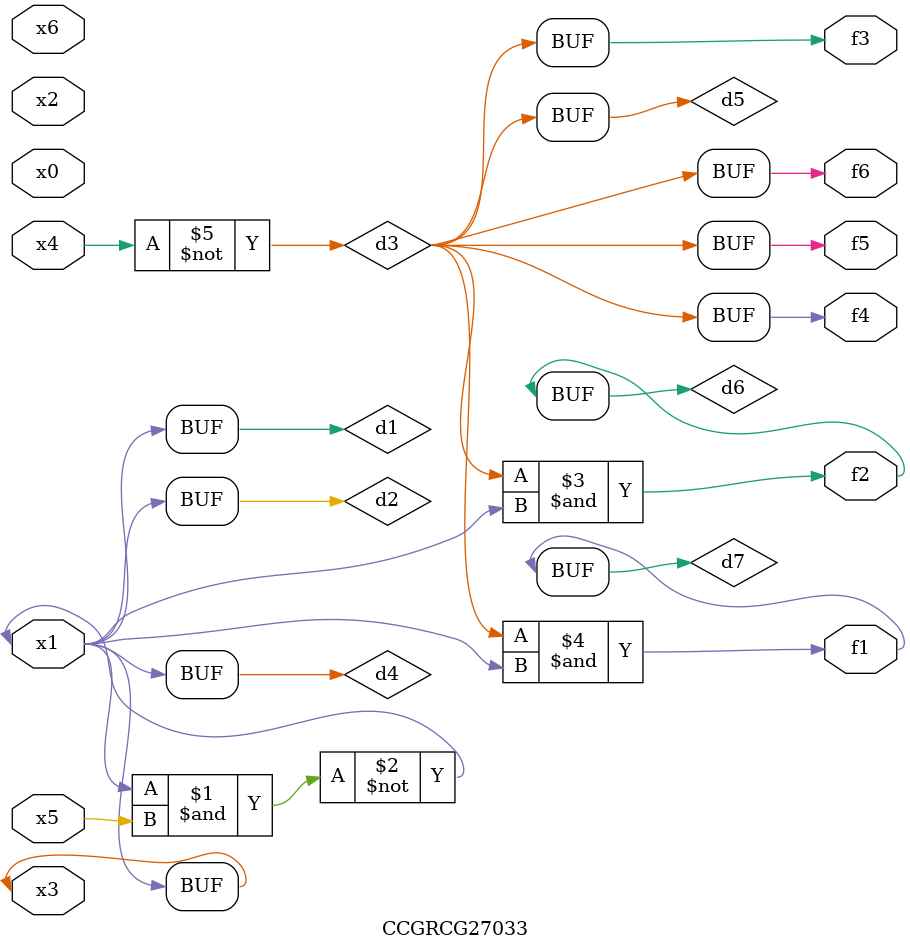
<source format=v>
module CCGRCG27033(
	input x0, x1, x2, x3, x4, x5, x6,
	output f1, f2, f3, f4, f5, f6
);

	wire d1, d2, d3, d4, d5, d6, d7;

	buf (d1, x1, x3);
	nand (d2, x1, x5);
	not (d3, x4);
	buf (d4, d1, d2);
	buf (d5, d3);
	and (d6, d3, d4);
	and (d7, d3, d4);
	assign f1 = d7;
	assign f2 = d6;
	assign f3 = d5;
	assign f4 = d5;
	assign f5 = d5;
	assign f6 = d5;
endmodule

</source>
